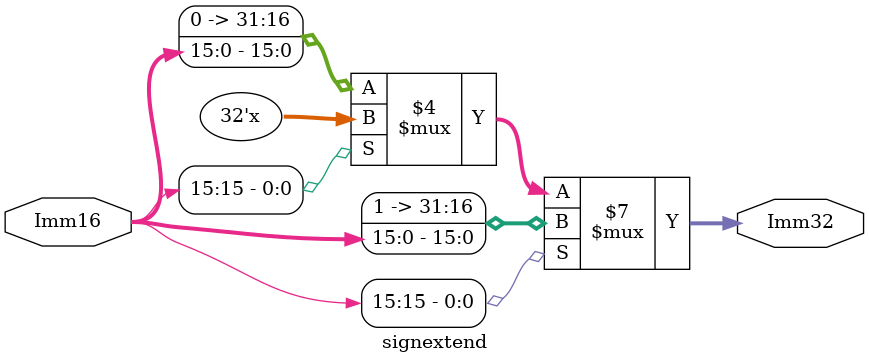
<source format=v>
`timescale 1ns / 1ps
module signextend(Imm16, Imm32);
	// Accepts a 16-bit input and outputs the sign-extended 32-bit number
	
	input			[15:0] Imm16;
	output reg	[31:0] Imm32;
	
	always @ (*) begin
		if (Imm16[15] == 1'b1)
			Imm32 <= {16'b1111111111111111, Imm16};
		else if (Imm16[15] == 1'b0)
			Imm32 <= {16'b0000000000000000, Imm16};
	end

endmodule

</source>
